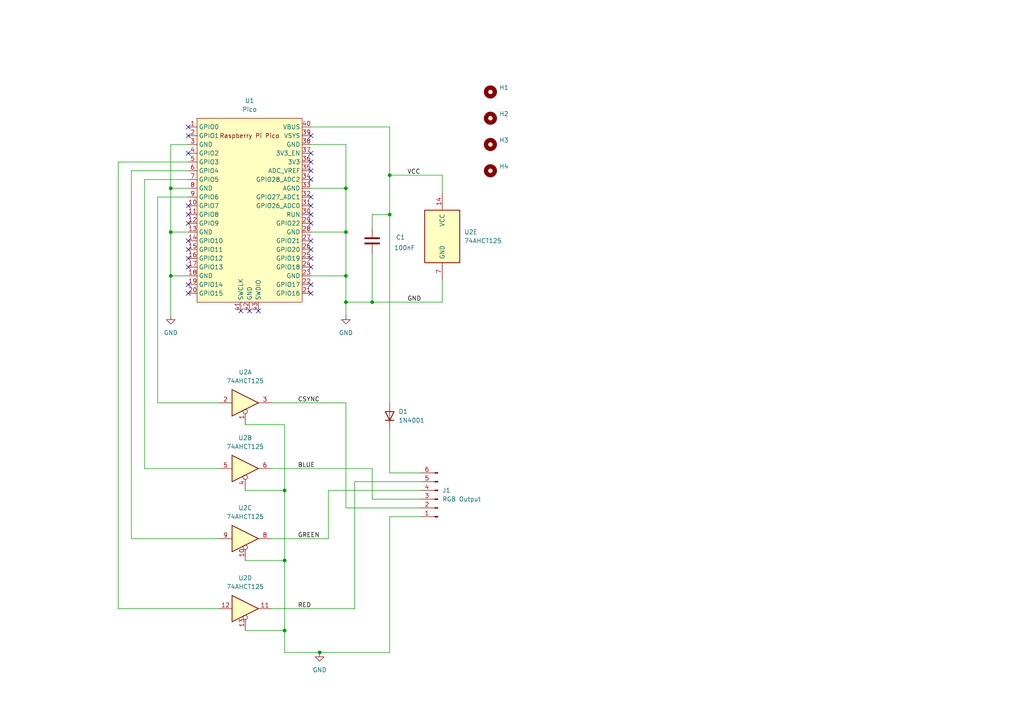
<source format=kicad_sch>
(kicad_sch (version 20250114) (generator "eeschema") (generator_version "9.0")
  (paper "A4")
  (lib_symbols
    (symbol "74xx:74AHCT125" (pin_names (offset 1.016))
      (property "Reference" "U" (at 0 1.27 0))
      (property "Value" "74AHCT125" (at 0 -1.27 0))
      (symbol "74AHCT125_1_0"
        (polyline (pts (xy -3.81 3.81) (xy -3.81 -3.81) (xy 3.81 0) (xy -3.81 3.81)) (stroke (width 0.254)) (fill (type background)))
        (pin input line (at -7.62 0 0) (length 3.81) (name "~") (number "2"))
        (pin input inverted (at 0 -6.35 90) (length 4.445) (name "~") (number "1"))
        (pin tri_state line (at 7.62 0 180) (length 3.81) (name "~") (number "3"))
      )
      (symbol "74AHCT125_2_0"
        (polyline (pts (xy -3.81 3.81) (xy -3.81 -3.81) (xy 3.81 0) (xy -3.81 3.81)) (stroke (width 0.254)) (fill (type background)))
        (pin input line (at -7.62 0 0) (length 3.81) (name "~") (number "5"))
        (pin input inverted (at 0 -6.35 90) (length 4.445) (name "~") (number "4"))
        (pin tri_state line (at 7.62 0 180) (length 3.81) (name "~") (number "6"))
      )
      (symbol "74AHCT125_3_0"
        (polyline (pts (xy -3.81 3.81) (xy -3.81 -3.81) (xy 3.81 0) (xy -3.81 3.81)) (stroke (width 0.254)) (fill (type background)))
        (pin input line (at -7.62 0 0) (length 3.81) (name "~") (number "9"))
        (pin input inverted (at 0 -6.35 90) (length 4.445) (name "~") (number "10"))
        (pin tri_state line (at 7.62 0 180) (length 3.81) (name "~") (number "8"))
      )
      (symbol "74AHCT125_4_0"
        (polyline (pts (xy -3.81 3.81) (xy -3.81 -3.81) (xy 3.81 0) (xy -3.81 3.81)) (stroke (width 0.254)) (fill (type background)))
        (pin input line (at -7.62 0 0) (length 3.81) (name "~") (number "12"))
        (pin input inverted (at 0 -6.35 90) (length 4.445) (name "~") (number "13"))
        (pin tri_state line (at 7.62 0 180) (length 3.81) (name "~") (number "11"))
      )
      (symbol "74AHCT125_5_0"
        (pin power_in line (at 0 12.7 270) (length 5.08) (name "VCC") (number "14"))
        (pin power_in line (at 0 -12.7 90) (length 5.08) (name "GND") (number "7"))
      )
      (symbol "74AHCT125_5_1"
        (rectangle (start -5.08 7.62) (end 5.08 -7.62) (stroke (width 0.254)) (fill (type background)))
      )
    )
    (symbol "Connector:Conn_01x06_Pin" (pin_names (offset 1.016) (hide yes))
      (property "Reference" "J" (at 0 7.62 0))
      (property "Value" "Conn_01x06_Pin" (at 0 -10.16 0))
      (symbol "Conn_01x06_Pin_1_1"
        (rectangle (start 0.8636 5.207) (end 0 4.953) (stroke (width 0.1524)) (fill (type outline)))
        (rectangle (start 0.8636 2.667) (end 0 2.413) (stroke (width 0.1524)) (fill (type outline)))
        (rectangle (start 0.8636 0.127) (end 0 -0.127) (stroke (width 0.1524)) (fill (type outline)))
        (rectangle (start 0.8636 -2.413) (end 0 -2.667) (stroke (width 0.1524)) (fill (type outline)))
        (rectangle (start 0.8636 -4.953) (end 0 -5.207) (stroke (width 0.1524)) (fill (type outline)))
        (rectangle (start 0.8636 -7.493) (end 0 -7.747) (stroke (width 0.1524)) (fill (type outline)))
        (polyline (pts (xy 1.27 5.08) (xy 0.8636 5.08)) (stroke (width 0.1524)))
        (polyline (pts (xy 1.27 2.54) (xy 0.8636 2.54)) (stroke (width 0.1524)))
        (polyline (pts (xy 1.27 0) (xy 0.8636 0)) (stroke (width 0.1524)))
        (polyline (pts (xy 1.27 -2.54) (xy 0.8636 -2.54)) (stroke (width 0.1524)))
        (polyline (pts (xy 1.27 -5.08) (xy 0.8636 -5.08)) (stroke (width 0.1524)))
        (polyline (pts (xy 1.27 -7.62) (xy 0.8636 -7.62)) (stroke (width 0.1524)))
        (pin passive line (at 5.08 5.08 180) (length 3.81) (name "Pin_1") (number "1"))
        (pin passive line (at 5.08 2.54 180) (length 3.81) (name "Pin_2") (number "2"))
        (pin passive line (at 5.08 0 180) (length 3.81) (name "Pin_3") (number "3"))
        (pin passive line (at 5.08 -2.54 180) (length 3.81) (name "Pin_4") (number "4"))
        (pin passive line (at 5.08 -5.08 180) (length 3.81) (name "Pin_5") (number "5"))
        (pin passive line (at 5.08 -7.62 180) (length 3.81) (name "Pin_6") (number "6"))
      )
    )
    (symbol "Device:C" (pin_numbers (hide yes)) (pin_names (offset 0.254))
      (property "Reference" "C" (at 0.635 2.54 0))
      (property "Value" "C" (at 0.635 -2.54 0))
      (symbol "C_0_1"
        (polyline (pts (xy -2.032 0.762) (xy 2.032 0.762)) (stroke (width 0.508)))
        (polyline (pts (xy -2.032 -0.762) (xy 2.032 -0.762)) (stroke (width 0.508)))
      )
      (symbol "C_1_1"
        (pin passive line (at 0 3.81 270) (length 2.794) (name "~") (number "1"))
        (pin passive line (at 0 -3.81 90) (length 2.794) (name "~") (number "2"))
      )
    )
    (symbol "Diode:1N4001" (pin_numbers (hide yes)) (pin_names (hide yes))
      (property "Reference" "D" (at 0 2.54 0))
      (property "Value" "1N4001" (at 0 -2.54 0))
      (symbol "1N4001_0_1"
        (polyline (pts (xy -1.27 1.27) (xy -1.27 -1.27)) (stroke (width 0.254)))
        (polyline (pts (xy 1.27 1.27) (xy 1.27 -1.27) (xy -1.27 0) (xy 1.27 1.27)) (stroke (width 0.254)))
        (polyline (pts (xy 1.27 0) (xy -1.27 0)))
      )
      (symbol "1N4001_1_1"
        (pin passive line (at -3.81 0 0) (length 2.54) (name "K") (number "1"))
        (pin passive line (at 3.81 0 180) (length 2.54) (name "A") (number "2"))
      )
    )
    (symbol "Mechanical:MountingHole" (pin_names (offset 1.016)) (in_bom no)
      (property "Reference" "H" (at 0 5.08 0))
      (property "Value" "MountingHole" (at 0 3.175 0))
      (symbol "MountingHole_0_1"
        (circle (center 0 0) (radius 1.27) (stroke (width 1.27)))
      )
    )
    (symbol "pico:Pico"
      (property "Reference" "U" (at -13.97 27.94 0))
      (property "Value" "Pico" (at 0 19.05 0))
      (symbol "Pico_0_0"
        (text "Raspberry Pi Pico" (at 0 21.59 0) (effects (font (size 1.27 1.27))))
      )
      (symbol "Pico_0_1"
        (rectangle (start -15.24 26.67) (end 15.24 -26.67) (fill (type background)))
      )
      (symbol "Pico_1_1"
        (pin bidirectional line (at -17.78 24.13 0) (length 2.54) (name "GPIO0") (number "1"))
        (pin bidirectional line (at -17.78 21.59 0) (length 2.54) (name "GPIO1") (number "2"))
        (pin power_in line (at -17.78 19.05 0) (length 2.54) (name "GND") (number "3"))
        (pin bidirectional line (at -17.78 16.51 0) (length 2.54) (name "GPIO2") (number "4"))
        (pin bidirectional line (at -17.78 13.97 0) (length 2.54) (name "GPIO3") (number "5"))
        (pin bidirectional line (at -17.78 11.43 0) (length 2.54) (name "GPIO4") (number "6"))
        (pin bidirectional line (at -17.78 8.89 0) (length 2.54) (name "GPIO5") (number "7"))
        (pin power_in line (at -17.78 6.35 0) (length 2.54) (name "GND") (number "8"))
        (pin bidirectional line (at -17.78 3.81 0) (length 2.54) (name "GPIO6") (number "9"))
        (pin bidirectional line (at -17.78 1.27 0) (length 2.54) (name "GPIO7") (number "10"))
        (pin bidirectional line (at -17.78 -1.27 0) (length 2.54) (name "GPIO8") (number "11"))
        (pin bidirectional line (at -17.78 -3.81 0) (length 2.54) (name "GPIO9") (number "12"))
        (pin power_in line (at -17.78 -6.35 0) (length 2.54) (name "GND") (number "13"))
        (pin bidirectional line (at -17.78 -8.89 0) (length 2.54) (name "GPIO10") (number "14"))
        (pin bidirectional line (at -17.78 -11.43 0) (length 2.54) (name "GPIO11") (number "15"))
        (pin bidirectional line (at -17.78 -13.97 0) (length 2.54) (name "GPIO12") (number "16"))
        (pin bidirectional line (at -17.78 -16.51 0) (length 2.54) (name "GPIO13") (number "17"))
        (pin power_in line (at -17.78 -19.05 0) (length 2.54) (name "GND") (number "18"))
        (pin bidirectional line (at -17.78 -21.59 0) (length 2.54) (name "GPIO14") (number "19"))
        (pin bidirectional line (at -17.78 -24.13 0) (length 2.54) (name "GPIO15") (number "20"))
        (pin input line (at -2.54 -29.21 90) (length 2.54) (name "SWCLK") (number "41"))
        (pin power_in line (at 0 -29.21 90) (length 2.54) (name "GND") (number "42"))
        (pin bidirectional line (at 2.54 -29.21 90) (length 2.54) (name "SWDIO") (number "43"))
        (pin power_in line (at 17.78 24.13 180) (length 2.54) (name "VBUS") (number "40"))
        (pin power_in line (at 17.78 21.59 180) (length 2.54) (name "VSYS") (number "39"))
        (pin bidirectional line (at 17.78 19.05 180) (length 2.54) (name "GND") (number "38"))
        (pin input line (at 17.78 16.51 180) (length 2.54) (name "3V3_EN") (number "37"))
        (pin power_in line (at 17.78 13.97 180) (length 2.54) (name "3V3") (number "36"))
        (pin power_in line (at 17.78 11.43 180) (length 2.54) (name "ADC_VREF") (number "35"))
        (pin bidirectional line (at 17.78 8.89 180) (length 2.54) (name "GPIO28_ADC2") (number "34"))
        (pin power_in line (at 17.78 6.35 180) (length 2.54) (name "AGND") (number "33"))
        (pin bidirectional line (at 17.78 3.81 180) (length 2.54) (name "GPIO27_ADC1") (number "32"))
        (pin bidirectional line (at 17.78 1.27 180) (length 2.54) (name "GPIO26_ADC0") (number "31"))
        (pin input line (at 17.78 -1.27 180) (length 2.54) (name "RUN") (number "30"))
        (pin bidirectional line (at 17.78 -3.81 180) (length 2.54) (name "GPIO22") (number "29"))
        (pin power_in line (at 17.78 -6.35 180) (length 2.54) (name "GND") (number "28"))
        (pin bidirectional line (at 17.78 -8.89 180) (length 2.54) (name "GPIO21") (number "27"))
        (pin bidirectional line (at 17.78 -11.43 180) (length 2.54) (name "GPIO20") (number "26"))
        (pin bidirectional line (at 17.78 -13.97 180) (length 2.54) (name "GPIO19") (number "25"))
        (pin bidirectional line (at 17.78 -16.51 180) (length 2.54) (name "GPIO18") (number "24"))
        (pin power_in line (at 17.78 -19.05 180) (length 2.54) (name "GND") (number "23"))
        (pin bidirectional line (at 17.78 -21.59 180) (length 2.54) (name "GPIO17") (number "22"))
        (pin bidirectional line (at 17.78 -24.13 180) (length 2.54) (name "GPIO16") (number "21"))
      )
    )
    (symbol "power:GND" (power) (pin_numbers (hide yes)) (pin_names (offset 0) (hide yes))
      (property "Value" "GND" (at 0 -3.81 0))
      (symbol "GND_0_1"
        (polyline (pts (xy 0 0) (xy 0 -1.27) (xy 1.27 -1.27) (xy 0 -2.54) (xy -1.27 -1.27) (xy 0 -1.27)))
      )
      (symbol "GND_1_1"
        (pin power_in line (at 0 0 270) (length 0) (name "~") (number "1"))
      )
    )
  )
  (junction (at 107.95 87.63))
  (junction (at 49.53 67.31))
  (junction (at 113.03 50.8))
  (junction (at 82.55 162.56))
  (junction (at 100.33 87.63))
  (junction (at 100.33 54.61))
  (junction (at 82.55 182.88))
  (junction (at 100.33 67.31))
  (junction (at 49.53 80.01))
  (junction (at 113.03 62.23))
  (junction (at 92.71 189.23))
  (junction (at 100.33 80.01))
  (junction (at 82.55 142.24))
  (junction (at 49.53 54.61))
  (no_connect (at 90.17 57.15))
  (no_connect (at 90.17 44.45))
  (no_connect (at 90.17 52.07))
  (no_connect (at 90.17 49.53))
  (no_connect (at 54.61 77.47))
  (no_connect (at 90.17 82.55))
  (no_connect (at 74.93 90.17))
  (no_connect (at 90.17 74.93))
  (no_connect (at 54.61 85.09))
  (no_connect (at 54.61 82.55))
  (no_connect (at 54.61 62.23))
  (no_connect (at 90.17 85.09))
  (no_connect (at 90.17 77.47))
  (no_connect (at 69.85 90.17))
  (no_connect (at 54.61 36.83))
  (no_connect (at 90.17 62.23))
  (no_connect (at 54.61 64.77))
  (no_connect (at 72.39 90.17))
  (no_connect (at 90.17 72.39))
  (no_connect (at 54.61 59.69))
  (no_connect (at 90.17 59.69))
  (no_connect (at 90.17 39.37))
  (no_connect (at 90.17 46.99))
  (no_connect (at 90.17 69.85))
  (no_connect (at 54.61 74.93))
  (no_connect (at 54.61 39.37))
  (no_connect (at 54.61 44.45))
  (no_connect (at 54.61 69.85))
  (no_connect (at 90.17 64.77))
  (no_connect (at 54.61 72.39))
  (wire (pts (xy 100.33 87.63) (xy 100.33 80.01)))
  (wire (pts (xy 100.33 80.01) (xy 100.33 67.31)))
  (wire (pts (xy 71.12 162.56) (xy 82.55 162.56)))
  (wire (pts (xy 102.87 139.7) (xy 102.87 176.53)))
  (wire (pts (xy 63.5 135.89) (xy 41.91 135.89)))
  (wire (pts (xy 113.03 116.84) (xy 113.03 62.23)))
  (wire (pts (xy 71.12 142.24) (xy 82.55 142.24)))
  (wire (pts (xy 49.53 80.01) (xy 49.53 67.31)))
  (wire (pts (xy 102.87 139.7) (xy 121.92 139.7)))
  (wire (pts (xy 107.95 66.04) (xy 107.95 62.23)))
  (wire (pts (xy 82.55 142.24) (xy 82.55 162.56)))
  (wire (pts (xy 113.03 189.23) (xy 92.71 189.23)))
  (wire (pts (xy 113.03 50.8) (xy 128.27 50.8)))
  (wire (pts (xy 63.5 156.21) (xy 38.1 156.21)))
  (wire (pts (xy 82.55 123.19) (xy 82.55 142.24)))
  (wire (pts (xy 100.33 116.84) (xy 78.74 116.84)))
  (wire (pts (xy 38.1 156.21) (xy 38.1 49.53)))
  (wire (pts (xy 45.72 57.15) (xy 54.61 57.15)))
  (wire (pts (xy 100.33 91.44) (xy 100.33 87.63)))
  (wire (pts (xy 78.74 176.53) (xy 102.87 176.53)))
  (wire (pts (xy 113.03 50.8) (xy 113.03 36.83)))
  (wire (pts (xy 128.27 87.63) (xy 107.95 87.63)))
  (wire (pts (xy 107.95 144.78) (xy 121.92 144.78)))
  (wire (pts (xy 100.33 54.61) (xy 100.33 41.91)))
  (wire (pts (xy 78.74 135.89) (xy 107.95 135.89)))
  (wire (pts (xy 107.95 73.66) (xy 107.95 87.63)))
  (wire (pts (xy 49.53 54.61) (xy 54.61 54.61)))
  (wire (pts (xy 63.5 176.53) (xy 34.29 176.53)))
  (wire (pts (xy 121.92 137.16) (xy 113.03 137.16)))
  (wire (pts (xy 38.1 49.53) (xy 54.61 49.53)))
  (wire (pts (xy 113.03 149.86) (xy 121.92 149.86)))
  (wire (pts (xy 82.55 182.88) (xy 82.55 189.23)))
  (wire (pts (xy 128.27 81.28) (xy 128.27 87.63)))
  (wire (pts (xy 41.91 52.07) (xy 54.61 52.07)))
  (wire (pts (xy 113.03 137.16) (xy 113.03 124.46)))
  (wire (pts (xy 95.25 142.24) (xy 121.92 142.24)))
  (wire (pts (xy 49.53 54.61) (xy 49.53 41.91)))
  (wire (pts (xy 63.5 116.84) (xy 45.72 116.84)))
  (wire (pts (xy 82.55 162.56) (xy 82.55 182.88)))
  (wire (pts (xy 90.17 67.31) (xy 100.33 67.31)))
  (wire (pts (xy 34.29 176.53) (xy 34.29 46.99)))
  (wire (pts (xy 128.27 50.8) (xy 128.27 55.88)))
  (wire (pts (xy 107.95 135.89) (xy 107.95 144.78)))
  (wire (pts (xy 71.12 123.19) (xy 82.55 123.19)))
  (wire (pts (xy 41.91 135.89) (xy 41.91 52.07)))
  (wire (pts (xy 34.29 46.99) (xy 54.61 46.99)))
  (wire (pts (xy 49.53 67.31) (xy 49.53 54.61)))
  (wire (pts (xy 100.33 147.32) (xy 121.92 147.32)))
  (wire (pts (xy 113.03 36.83) (xy 90.17 36.83)))
  (wire (pts (xy 71.12 182.88) (xy 82.55 182.88)))
  (wire (pts (xy 95.25 142.24) (xy 95.25 156.21)))
  (wire (pts (xy 78.74 156.21) (xy 95.25 156.21)))
  (wire (pts (xy 100.33 67.31) (xy 100.33 54.61)))
  (wire (pts (xy 45.72 116.84) (xy 45.72 57.15)))
  (wire (pts (xy 100.33 116.84) (xy 100.33 147.32)))
  (wire (pts (xy 49.53 41.91) (xy 54.61 41.91)))
  (wire (pts (xy 90.17 80.01) (xy 100.33 80.01)))
  (wire (pts (xy 49.53 67.31) (xy 54.61 67.31)))
  (wire (pts (xy 107.95 62.23) (xy 113.03 62.23)))
  (wire (pts (xy 82.55 189.23) (xy 92.71 189.23)))
  (wire (pts (xy 113.03 149.86) (xy 113.03 189.23)))
  (wire (pts (xy 113.03 62.23) (xy 113.03 50.8)))
  (wire (pts (xy 100.33 41.91) (xy 90.17 41.91)))
  (wire (pts (xy 107.95 87.63) (xy 100.33 87.63)))
  (wire (pts (xy 90.17 54.61) (xy 100.33 54.61)))
  (wire (pts (xy 49.53 80.01) (xy 54.61 80.01)))
  (wire (pts (xy 49.53 91.44) (xy 49.53 80.01)))
  (label "RED" (at 86.36 176.53 0))
  (label "GREEN" (at 86.36 156.21 0))
  (label "VCC" (at 118.11 50.8 0))
  (label "BLUE" (at 86.36 135.89 0))
  (label "GND" (at 118.11 87.63 0))
  (label "CSYNC" (at 86.36 116.84 0))
  (symbol (lib_id "74xx:74AHCT125") (at 71.12 116.84 0) (unit 1)
    (property "Reference" "U2" (at 71.12 107.95 0))
    (property "Value" "74AHCT125" (at 71.12 110.49 0))
    (property "Footprint" "Package_DIP:DIP-14_W7.62mm_LongPads" (effects (hide yes)))
    (property "Datasheet" "https://www.ti.com/lit/ds/symlink/sn74ahct125.pdf" (effects (hide yes)))
    (property "Description" "Quadruple Bus Buffer Gates With 3-State Outputs" (effects (hide yes)))
  )
  (symbol (lib_id "Mechanical:MountingHole") (at 142.24 26.67 0) (unit 1) (in_bom no)
    (property "Reference" "H1" (at 144.78 25.3999 0) (effects (justify left)))
    (property "Value" "MountingHole" (effects (hide yes)))
    (property "Footprint" "MountingHole:MountingHole_2.2mm_M2" (effects (hide yes)))
    (property "Description" "Mounting Hole without connection" (effects (hide yes)))
  )
  (symbol (lib_id "Mechanical:MountingHole") (at 142.24 41.91 0) (unit 1) (in_bom no)
    (property "Reference" "H3" (at 144.78 40.6399 0) (effects (justify left)))
    (property "Value" "MountingHole" (effects (hide yes)))
    (property "Footprint" "MountingHole:MountingHole_2.2mm_M2" (effects (hide yes)))
    (property "Description" "Mounting Hole without connection" (effects (hide yes)))
  )
  (symbol (lib_id "74xx:74AHCT125") (at 128.27 68.58 0) (unit 5)
    (property "Reference" "U2" (at 134.62 67.3099 0) (effects (justify left)))
    (property "Value" "74AHCT125" (at 134.62 69.8499 0) (effects (justify left)))
    (property "Footprint" "Package_DIP:DIP-14_W7.62mm_LongPads" (effects (hide yes)))
    (property "Datasheet" "https://www.ti.com/lit/ds/symlink/sn74ahct125.pdf" (effects (hide yes)))
    (property "Description" "Quadruple Bus Buffer Gates With 3-State Outputs" (effects (hide yes)))
  )
  (symbol (lib_id "Mechanical:MountingHole") (at 142.24 34.29 0) (unit 1) (in_bom no)
    (property "Reference" "H2" (at 144.78 33.0199 0) (effects (justify left)))
    (property "Value" "MountingHole" (effects (hide yes)))
    (property "Footprint" "MountingHole:MountingHole_2.2mm_M2" (effects (hide yes)))
    (property "Description" "Mounting Hole without connection" (effects (hide yes)))
  )
  (symbol (lib_id "Connector:Conn_01x06_Pin") (at 127 144.78 180) (unit 1)
    (property "Reference" "J1" (at 128.27 142.2399 0) (effects (justify right)))
    (property "Value" "RGB Output" (at 128.27 144.7799 0) (effects (justify right)))
    (property "Footprint" "Connector_PinHeader_2.54mm:PinHeader_1x06_P2.54mm_Vertical" (effects (hide yes)))
    (property "Description" "Generic connector, single row, 01x06, script generated" (effects (hide yes)))
  )
  (symbol (lib_id "power:GND") (at 49.53 91.44 0) (unit 1)
    (property "Reference" "#PWR06" (effects (hide yes)))
    (property "Value" "GND" (at 49.53 96.52 0))
    (property "Description" "Power symbol creates a global label with name \"GND\" , ground" (effects (hide yes)))
  )
  (symbol (lib_id "Device:C") (at 107.95 69.85 0) (unit 1)
    (property "Reference" "C1" (at 114.808 68.834 0) (effects (justify left)))
    (property "Value" "100nF" (at 114.3 71.882 0) (effects (justify left)))
    (property "Footprint" "Capacitor_THT:C_Disc_D5.0mm_W2.5mm_P2.50mm" (effects (hide yes)))
    (property "Description" "Unpolarized capacitor" (effects (hide yes)))
  )
  (symbol (lib_id "power:GND") (at 100.33 91.44 0) (unit 1)
    (property "Reference" "#PWR05" (effects (hide yes)))
    (property "Value" "GND" (at 100.33 96.52 0))
    (property "Description" "Power symbol creates a global label with name \"GND\" , ground" (effects (hide yes)))
  )
  (symbol (lib_id "power:GND") (at 92.71 189.23 0) (unit 1)
    (property "Reference" "#PWR07" (effects (hide yes)))
    (property "Value" "GND" (at 92.71 194.31 0))
    (property "Description" "Power symbol creates a global label with name \"GND\" , ground" (effects (hide yes)))
  )
  (symbol (lib_id "74xx:74AHCT125") (at 71.12 156.21 0) (unit 3)
    (property "Reference" "U2" (at 71.12 147.32 0))
    (property "Value" "74AHCT125" (at 71.12 149.86 0))
    (property "Footprint" "Package_DIP:DIP-14_W7.62mm_LongPads" (effects (hide yes)))
    (property "Datasheet" "https://www.ti.com/lit/ds/symlink/sn74ahct125.pdf" (effects (hide yes)))
    (property "Description" "Quadruple Bus Buffer Gates With 3-State Outputs" (effects (hide yes)))
  )
  (symbol (lib_id "pico:Pico") (at 72.39 60.96 0) (unit 1)
    (property "Reference" "U1" (at 72.39 29.21 0))
    (property "Value" "Pico" (at 72.39 31.75 0))
    (property "Footprint" "pico:RPi_Pico_SMD_TH" (effects (hide yes)))
  )
  (symbol (lib_id "Diode:1N4001") (at 113.03 120.65 90) (unit 1)
    (property "Reference" "D1" (at 115.57 119.3799 90) (effects (justify right)))
    (property "Value" "1N4001" (at 115.57 121.9199 90) (effects (justify right)))
    (property "Footprint" "Diode_THT:D_DO-41_SOD81_P10.16mm_Horizontal" (effects (hide yes)))
    (property "Datasheet" "http://www.vishay.com/docs/88503/1n4001.pdf" (effects (hide yes)))
    (property "Description" "50V 1A General Purpose Rectifier Diode, DO-41" (effects (hide yes)))
    (property "Sim.Device" "D" (effects (hide yes)))
    (property "Sim.Pins" "1=K 2=A" (effects (hide yes)))
  )
  (symbol (lib_id "Mechanical:MountingHole") (at 142.24 49.53 0) (unit 1) (in_bom no)
    (property "Reference" "H4" (at 144.78 48.2599 0) (effects (justify left)))
    (property "Value" "MountingHole" (effects (hide yes)))
    (property "Footprint" "MountingHole:MountingHole_2.2mm_M2" (effects (hide yes)))
    (property "Description" "Mounting Hole without connection" (effects (hide yes)))
  )
  (symbol (lib_id "74xx:74AHCT125") (at 71.12 176.53 0) (unit 4)
    (property "Reference" "U2" (at 71.12 167.64 0))
    (property "Value" "74AHCT125" (at 71.12 170.18 0))
    (property "Footprint" "Package_DIP:DIP-14_W7.62mm_LongPads" (effects (hide yes)))
    (property "Datasheet" "https://www.ti.com/lit/ds/symlink/sn74ahct125.pdf" (effects (hide yes)))
    (property "Description" "Quadruple Bus Buffer Gates With 3-State Outputs" (effects (hide yes)))
  )
  (symbol (lib_id "74xx:74AHCT125") (at 71.12 135.89 0) (unit 2)
    (property "Reference" "U2" (at 71.12 127 0))
    (property "Value" "74AHCT125" (at 71.12 129.54 0))
    (property "Footprint" "Package_DIP:DIP-14_W7.62mm_LongPads" (effects (hide yes)))
    (property "Datasheet" "https://www.ti.com/lit/ds/symlink/sn74ahct125.pdf" (effects (hide yes)))
    (property "Description" "Quadruple Bus Buffer Gates With 3-State Outputs" (effects (hide yes)))
  )
)
</source>
